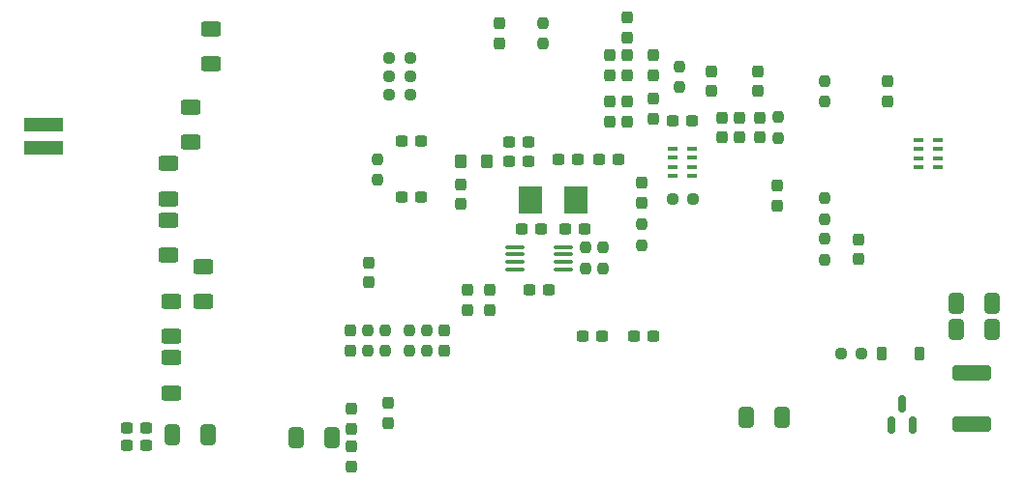
<source format=gbr>
G04 #@! TF.GenerationSoftware,KiCad,Pcbnew,8.0.1*
G04 #@! TF.CreationDate,2024-04-28T13:44:54+02:00*
G04 #@! TF.ProjectId,ETH1ISO224,45544831-4953-44f3-9232-342e6b696361,rev?*
G04 #@! TF.SameCoordinates,Original*
G04 #@! TF.FileFunction,Paste,Bot*
G04 #@! TF.FilePolarity,Positive*
%FSLAX46Y46*%
G04 Gerber Fmt 4.6, Leading zero omitted, Abs format (unit mm)*
G04 Created by KiCad (PCBNEW 8.0.1) date 2024-04-28 13:44:54*
%MOMM*%
%LPD*%
G01*
G04 APERTURE LIST*
G04 Aperture macros list*
%AMRoundRect*
0 Rectangle with rounded corners*
0 $1 Rounding radius*
0 $2 $3 $4 $5 $6 $7 $8 $9 X,Y pos of 4 corners*
0 Add a 4 corners polygon primitive as box body*
4,1,4,$2,$3,$4,$5,$6,$7,$8,$9,$2,$3,0*
0 Add four circle primitives for the rounded corners*
1,1,$1+$1,$2,$3*
1,1,$1+$1,$4,$5*
1,1,$1+$1,$6,$7*
1,1,$1+$1,$8,$9*
0 Add four rect primitives between the rounded corners*
20,1,$1+$1,$2,$3,$4,$5,0*
20,1,$1+$1,$4,$5,$6,$7,0*
20,1,$1+$1,$6,$7,$8,$9,0*
20,1,$1+$1,$8,$9,$2,$3,0*%
G04 Aperture macros list end*
%ADD10RoundRect,0.237500X0.237500X-0.250000X0.237500X0.250000X-0.237500X0.250000X-0.237500X-0.250000X0*%
%ADD11RoundRect,0.237500X-0.237500X0.300000X-0.237500X-0.300000X0.237500X-0.300000X0.237500X0.300000X0*%
%ADD12RoundRect,0.237500X0.237500X-0.300000X0.237500X0.300000X-0.237500X0.300000X-0.237500X-0.300000X0*%
%ADD13RoundRect,0.237500X-0.237500X0.250000X-0.237500X-0.250000X0.237500X-0.250000X0.237500X0.250000X0*%
%ADD14R,3.400000X1.300000*%
%ADD15RoundRect,0.237500X0.300000X0.237500X-0.300000X0.237500X-0.300000X-0.237500X0.300000X-0.237500X0*%
%ADD16RoundRect,0.237500X-0.250000X-0.237500X0.250000X-0.237500X0.250000X0.237500X-0.250000X0.237500X0*%
%ADD17RoundRect,0.250000X-0.412500X-0.650000X0.412500X-0.650000X0.412500X0.650000X-0.412500X0.650000X0*%
%ADD18R,0.900000X0.400000*%
%ADD19R,2.000000X2.400000*%
%ADD20RoundRect,0.250000X-1.450000X0.400000X-1.450000X-0.400000X1.450000X-0.400000X1.450000X0.400000X0*%
%ADD21RoundRect,0.250000X0.625000X-0.400000X0.625000X0.400000X-0.625000X0.400000X-0.625000X-0.400000X0*%
%ADD22RoundRect,0.237500X-0.300000X-0.237500X0.300000X-0.237500X0.300000X0.237500X-0.300000X0.237500X0*%
%ADD23RoundRect,0.237500X0.250000X0.237500X-0.250000X0.237500X-0.250000X-0.237500X0.250000X-0.237500X0*%
%ADD24RoundRect,0.250000X-0.625000X0.400000X-0.625000X-0.400000X0.625000X-0.400000X0.625000X0.400000X0*%
%ADD25RoundRect,0.250000X0.412500X0.650000X-0.412500X0.650000X-0.412500X-0.650000X0.412500X-0.650000X0*%
%ADD26RoundRect,0.225000X-0.225000X-0.375000X0.225000X-0.375000X0.225000X0.375000X-0.225000X0.375000X0*%
%ADD27RoundRect,0.100000X-0.712500X-0.100000X0.712500X-0.100000X0.712500X0.100000X-0.712500X0.100000X0*%
%ADD28RoundRect,0.150000X0.150000X-0.587500X0.150000X0.587500X-0.150000X0.587500X-0.150000X-0.587500X0*%
%ADD29RoundRect,0.250000X0.275000X0.350000X-0.275000X0.350000X-0.275000X-0.350000X0.275000X-0.350000X0*%
G04 APERTURE END LIST*
D10*
G04 #@! TO.C,R221*
X152908000Y-68683500D03*
X152908000Y-70508500D03*
G04 #@! TD*
D11*
G04 #@! TO.C,C211*
X160274000Y-68225500D03*
X160274000Y-69950500D03*
G04 #@! TD*
D12*
G04 #@! TO.C,C509*
X171831000Y-78713500D03*
X171831000Y-76988500D03*
G04 #@! TD*
D13*
G04 #@! TO.C,R402*
X164846000Y-72493500D03*
X164846000Y-74318500D03*
G04 #@! TD*
D12*
G04 #@! TO.C,C504*
X171704000Y-74649500D03*
X171704000Y-72924500D03*
G04 #@! TD*
D14*
G04 #@! TO.C,L201*
X109220000Y-79663000D03*
X109220000Y-77563000D03*
G04 #@! TD*
D15*
G04 #@! TO.C,C215*
X142213500Y-83947000D03*
X140488500Y-83947000D03*
G04 #@! TD*
D11*
G04 #@! TO.C,C510*
X173355000Y-82957500D03*
X173355000Y-84682500D03*
G04 #@! TD*
G04 #@! TO.C,C209*
X136017000Y-95657500D03*
X136017000Y-97382500D03*
G04 #@! TD*
D16*
G04 #@! TO.C,R218*
X139422500Y-71755000D03*
X141247500Y-71755000D03*
G04 #@! TD*
D17*
G04 #@! TO.C,C301*
X189064500Y-95552000D03*
X192189500Y-95552000D03*
G04 #@! TD*
D18*
G04 #@! TO.C,RN502*
X165950000Y-79699000D03*
X165950000Y-80499000D03*
X165950000Y-81299000D03*
X165950000Y-82099000D03*
X164250000Y-82099000D03*
X164250000Y-81299000D03*
X164250000Y-80499000D03*
X164250000Y-79699000D03*
G04 #@! TD*
D15*
G04 #@! TO.C,C417*
X152754500Y-86741000D03*
X151029500Y-86741000D03*
G04 #@! TD*
D13*
G04 #@! TO.C,R504*
X173482000Y-76938500D03*
X173482000Y-78763500D03*
G04 #@! TD*
D19*
G04 #@! TO.C,Y401*
X155797000Y-84201000D03*
X151797000Y-84201000D03*
G04 #@! TD*
D20*
G04 #@! TO.C,F301*
X190373000Y-99375000D03*
X190373000Y-103825000D03*
G04 #@! TD*
D18*
G04 #@! TO.C,RN503*
X185713000Y-81337000D03*
X185713000Y-80537000D03*
X185713000Y-79737000D03*
X185713000Y-78937000D03*
X187413000Y-78937000D03*
X187413000Y-79737000D03*
X187413000Y-80537000D03*
X187413000Y-81337000D03*
G04 #@! TD*
D10*
G04 #@! TO.C,R211*
X141224000Y-97432500D03*
X141224000Y-95607500D03*
G04 #@! TD*
D21*
G04 #@! TO.C,R207*
X120396000Y-96165000D03*
X120396000Y-93065000D03*
G04 #@! TD*
D22*
G04 #@! TO.C,C414*
X157760500Y-80645000D03*
X159485500Y-80645000D03*
G04 #@! TD*
D23*
G04 #@! TO.C,R217*
X141247500Y-73345500D03*
X139422500Y-73345500D03*
G04 #@! TD*
D12*
G04 #@! TO.C,C501*
X167640000Y-74649500D03*
X167640000Y-72924500D03*
G04 #@! TD*
D22*
G04 #@! TO.C,C422*
X151664500Y-92075000D03*
X153389500Y-92075000D03*
G04 #@! TD*
G04 #@! TO.C,C408*
X160808500Y-96139000D03*
X162533500Y-96139000D03*
G04 #@! TD*
D10*
G04 #@! TO.C,R209*
X142748000Y-97432500D03*
X142748000Y-95607500D03*
G04 #@! TD*
D24*
G04 #@! TO.C,R205*
X123825000Y-69189000D03*
X123825000Y-72289000D03*
G04 #@! TD*
D11*
G04 #@! TO.C,C207*
X136144000Y-105817500D03*
X136144000Y-107542500D03*
G04 #@! TD*
D10*
G04 #@! TO.C,R210*
X139065000Y-97432500D03*
X139065000Y-95607500D03*
G04 #@! TD*
D21*
G04 #@! TO.C,R202*
X120142000Y-84100000D03*
X120142000Y-81000000D03*
G04 #@! TD*
D12*
G04 #@! TO.C,C402*
X162560000Y-73252500D03*
X162560000Y-71527500D03*
G04 #@! TD*
D21*
G04 #@! TO.C,R201*
X122047000Y-79147000D03*
X122047000Y-76047000D03*
G04 #@! TD*
D22*
G04 #@! TO.C,C421*
X149886500Y-80772000D03*
X151611500Y-80772000D03*
G04 #@! TD*
D15*
G04 #@! TO.C,C203*
X118210500Y-104140000D03*
X116485500Y-104140000D03*
G04 #@! TD*
D12*
G04 #@! TO.C,C406*
X160274000Y-73252500D03*
X160274000Y-71527500D03*
G04 #@! TD*
G04 #@! TO.C,C505*
X168529000Y-78713500D03*
X168529000Y-76988500D03*
G04 #@! TD*
D21*
G04 #@! TO.C,R203*
X120142000Y-89053000D03*
X120142000Y-85953000D03*
G04 #@! TD*
D13*
G04 #@! TO.C,R503*
X177546000Y-87606500D03*
X177546000Y-89431500D03*
G04 #@! TD*
D11*
G04 #@! TO.C,C511*
X180467000Y-87656500D03*
X180467000Y-89381500D03*
G04 #@! TD*
D10*
G04 #@! TO.C,R407*
X156591000Y-90193500D03*
X156591000Y-88368500D03*
G04 #@! TD*
D13*
G04 #@! TO.C,R406*
X161544000Y-86336500D03*
X161544000Y-88161500D03*
G04 #@! TD*
D12*
G04 #@! TO.C,C512*
X183007000Y-75538500D03*
X183007000Y-73813500D03*
G04 #@! TD*
D25*
G04 #@! TO.C,C206*
X134404500Y-105029000D03*
X131279500Y-105029000D03*
G04 #@! TD*
D15*
G04 #@! TO.C,C204*
X118210500Y-105664000D03*
X116485500Y-105664000D03*
G04 #@! TD*
D26*
G04 #@! TO.C,D302*
X182500000Y-97663000D03*
X185800000Y-97663000D03*
G04 #@! TD*
D27*
G04 #@! TO.C,U404*
X150414500Y-90256000D03*
X150414500Y-89606000D03*
X150414500Y-88956000D03*
X150414500Y-88306000D03*
X154639500Y-88306000D03*
X154639500Y-88956000D03*
X154639500Y-89606000D03*
X154639500Y-90256000D03*
G04 #@! TD*
D15*
G04 #@! TO.C,C506*
X165962500Y-77216000D03*
X164237500Y-77216000D03*
G04 #@! TD*
G04 #@! TO.C,C217*
X142213500Y-78994000D03*
X140488500Y-78994000D03*
G04 #@! TD*
D21*
G04 #@! TO.C,R208*
X120396000Y-101118000D03*
X120396000Y-98018000D03*
G04 #@! TD*
D13*
G04 #@! TO.C,R505*
X177546000Y-84050500D03*
X177546000Y-85875500D03*
G04 #@! TD*
D28*
G04 #@! TO.C,D301*
X185227000Y-103934500D03*
X183327000Y-103934500D03*
X184277000Y-102059500D03*
G04 #@! TD*
D12*
G04 #@! TO.C,C403*
X158750000Y-73252500D03*
X158750000Y-71527500D03*
G04 #@! TD*
D22*
G04 #@! TO.C,C418*
X149886500Y-79121000D03*
X151611500Y-79121000D03*
G04 #@! TD*
D11*
G04 #@! TO.C,C405*
X162560000Y-75337500D03*
X162560000Y-77062500D03*
G04 #@! TD*
G04 #@! TO.C,C401*
X145669000Y-82830500D03*
X145669000Y-84555500D03*
G04 #@! TD*
D13*
G04 #@! TO.C,R212*
X137541000Y-95607500D03*
X137541000Y-97432500D03*
G04 #@! TD*
D23*
G04 #@! TO.C,R302*
X180744500Y-97663000D03*
X178919500Y-97663000D03*
G04 #@! TD*
D11*
G04 #@! TO.C,C411*
X160274000Y-75591500D03*
X160274000Y-77316500D03*
G04 #@! TD*
D25*
G04 #@! TO.C,C304*
X173774500Y-103251000D03*
X170649500Y-103251000D03*
G04 #@! TD*
D17*
G04 #@! TO.C,C302*
X189064500Y-93218000D03*
X192189500Y-93218000D03*
G04 #@! TD*
D22*
G04 #@! TO.C,C410*
X154204500Y-80645000D03*
X155929500Y-80645000D03*
G04 #@! TD*
G04 #@! TO.C,C416*
X154839500Y-86741000D03*
X156564500Y-86741000D03*
G04 #@! TD*
D11*
G04 #@! TO.C,C214*
X137668000Y-89688500D03*
X137668000Y-91413500D03*
G04 #@! TD*
D16*
G04 #@! TO.C,R502*
X164187500Y-84074000D03*
X166012500Y-84074000D03*
G04 #@! TD*
D13*
G04 #@! TO.C,R213*
X138430000Y-80635000D03*
X138430000Y-82460000D03*
G04 #@! TD*
D12*
G04 #@! TO.C,C419*
X148209000Y-93826500D03*
X148209000Y-92101500D03*
G04 #@! TD*
G04 #@! TO.C,C502*
X170053000Y-78713500D03*
X170053000Y-76988500D03*
G04 #@! TD*
G04 #@! TO.C,C208*
X136144000Y-104240500D03*
X136144000Y-102515500D03*
G04 #@! TD*
G04 #@! TO.C,C218*
X139319000Y-103732500D03*
X139319000Y-102007500D03*
G04 #@! TD*
D17*
G04 #@! TO.C,C202*
X120484500Y-104775000D03*
X123609500Y-104775000D03*
G04 #@! TD*
D15*
G04 #@! TO.C,C420*
X158088500Y-96139000D03*
X156363500Y-96139000D03*
G04 #@! TD*
D11*
G04 #@! TO.C,C212*
X149098000Y-68733500D03*
X149098000Y-70458500D03*
G04 #@! TD*
D21*
G04 #@! TO.C,R206*
X123190000Y-93117000D03*
X123190000Y-90017000D03*
G04 #@! TD*
D12*
G04 #@! TO.C,C404*
X146304000Y-93826500D03*
X146304000Y-92101500D03*
G04 #@! TD*
D11*
G04 #@! TO.C,C210*
X144272000Y-95657500D03*
X144272000Y-97382500D03*
G04 #@! TD*
D16*
G04 #@! TO.C,R216*
X139422500Y-74930000D03*
X141247500Y-74930000D03*
G04 #@! TD*
D11*
G04 #@! TO.C,C412*
X161544000Y-82703500D03*
X161544000Y-84428500D03*
G04 #@! TD*
D10*
G04 #@! TO.C,R506*
X177546000Y-75588500D03*
X177546000Y-73763500D03*
G04 #@! TD*
G04 #@! TO.C,R408*
X158115000Y-90193500D03*
X158115000Y-88368500D03*
G04 #@! TD*
D11*
G04 #@! TO.C,C409*
X158750000Y-75591500D03*
X158750000Y-77316500D03*
G04 #@! TD*
D29*
G04 #@! TO.C,FB401*
X147962000Y-80772000D03*
X145662000Y-80772000D03*
G04 #@! TD*
M02*

</source>
